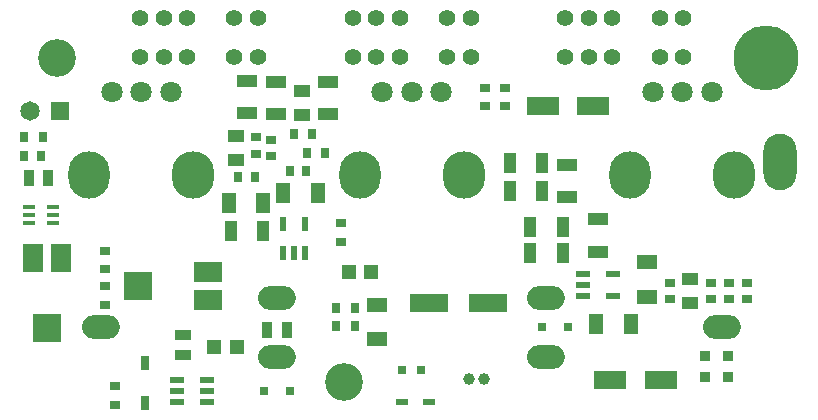
<source format=gts>
G04 #@! TF.GenerationSoftware,KiCad,Pcbnew,7.0.9*
G04 #@! TF.CreationDate,2023-12-08T16:12:54+01:00*
G04 #@! TF.ProjectId,2023_PiezoPreamp,32303233-5f50-4696-957a-6f507265616d,rev?*
G04 #@! TF.SameCoordinates,PX2625a00PY1c22260*
G04 #@! TF.FileFunction,Soldermask,Top*
G04 #@! TF.FilePolarity,Negative*
%FSLAX46Y46*%
G04 Gerber Fmt 4.6, Leading zero omitted, Abs format (unit mm)*
G04 Created by KiCad (PCBNEW 7.0.9) date 2023-12-08 16:12:54*
%MOMM*%
%LPD*%
G01*
G04 APERTURE LIST*
%ADD10R,1.000000X0.400000*%
%ADD11C,1.800000*%
%ADD12O,3.600000X4.000000*%
%ADD13O,3.500000X4.000000*%
%ADD14R,1.150000X0.600000*%
%ADD15R,1.200000X0.600000*%
%ADD16R,0.600000X1.200000*%
%ADD17R,2.800000X1.600000*%
%ADD18R,3.200000X1.600000*%
%ADD19R,0.800000X0.800000*%
%ADD20R,0.750000X1.200000*%
%ADD21R,1.150000X1.820000*%
%ADD22R,1.820000X1.150000*%
%ADD23R,1.470000X1.000000*%
%ADD24R,2.400000X1.800000*%
%ADD25R,2.400000X2.400000*%
%ADD26R,1.800000X2.400000*%
%ADD27C,5.500000*%
%ADD28R,1.150000X1.800000*%
%ADD29R,0.750000X0.940000*%
%ADD30R,0.940000X0.750000*%
%ADD31R,1.075000X0.500000*%
%ADD32C,1.000000*%
%ADD33R,1.070000X1.820000*%
%ADD34R,0.950000X0.800000*%
%ADD35R,0.800000X0.950000*%
%ADD36R,1.470000X0.970000*%
%ADD37C,1.400000*%
%ADD38R,0.970000X1.470000*%
%ADD39C,3.200000*%
%ADD40R,1.150000X1.150000*%
%ADD41R,1.820000X1.070000*%
%ADD42R,1.650000X1.650000*%
%ADD43C,1.650000*%
%ADD44R,0.900000X0.650000*%
%ADD45R,1.800000X1.150000*%
%ADD46R,0.650000X0.900000*%
%ADD47R,0.863600X0.965200*%
%ADD48O,2.800000X4.800000*%
%ADD49O,3.204000X2.004000*%
G04 APERTURE END LIST*
D10*
X3600000Y-18450000D03*
X3600000Y-17800000D03*
X3600000Y-17150000D03*
X1600000Y-17150000D03*
X1600000Y-17800000D03*
X1600000Y-18450000D03*
D11*
X13600000Y-7400000D03*
X11100000Y-7400000D03*
X8600000Y-7400000D03*
D12*
X15500000Y-14400000D03*
D13*
X6700000Y-14400000D03*
D14*
X14100000Y-31750000D03*
X14100000Y-32700000D03*
X14100000Y-33650000D03*
X16700000Y-33650000D03*
X16700000Y-32700000D03*
X16700000Y-31750000D03*
D15*
X48550000Y-22750000D03*
X48550000Y-23700000D03*
X48550000Y-24650000D03*
X51050000Y-24650000D03*
X51050000Y-22750000D03*
D16*
X23100000Y-21050000D03*
X24050000Y-21050000D03*
X25000000Y-21050000D03*
X25000000Y-18550000D03*
X23100000Y-18550000D03*
D17*
X49400000Y-8600000D03*
X45100000Y-8600000D03*
X55100000Y-31750000D03*
X50800000Y-31750000D03*
D18*
X35500000Y-25200000D03*
X40500000Y-25200000D03*
D19*
X33175000Y-30900000D03*
X34825000Y-30900000D03*
D20*
X11400000Y-30300000D03*
X11400000Y-33700000D03*
D21*
X18550000Y-16800000D03*
X21450000Y-16800000D03*
D22*
X31050000Y-28300000D03*
X31050000Y-25400000D03*
D21*
X49650000Y-27000000D03*
X52550000Y-27000000D03*
D23*
X24750000Y-7300000D03*
X24750000Y-9300000D03*
X19100000Y-13100000D03*
X19100000Y-11100000D03*
X57575000Y-25200000D03*
X57575000Y-23200000D03*
D24*
X16800000Y-22625000D03*
D25*
X10800000Y-23800000D03*
D24*
X16800000Y-24975000D03*
D26*
X1925000Y-21400000D03*
D25*
X3100000Y-27400000D03*
D26*
X4275000Y-21400000D03*
D27*
X64000000Y-4500000D03*
D28*
X26050000Y-15950000D03*
X23150000Y-15950000D03*
D29*
X23700000Y-14050000D03*
X25100000Y-14050000D03*
D30*
X59350000Y-24925000D03*
X59350000Y-23525000D03*
D31*
X33188000Y-33600000D03*
X35512000Y-33600000D03*
D30*
X60875000Y-24925000D03*
X60875000Y-23525000D03*
D32*
X40100000Y-31700000D03*
X38850000Y-31700000D03*
D33*
X45080000Y-13400000D03*
X42320000Y-13400000D03*
D29*
X19300000Y-14550000D03*
X20700000Y-14550000D03*
D34*
X8000000Y-25400000D03*
X8000000Y-23800000D03*
D35*
X27600000Y-25700000D03*
X29200000Y-25700000D03*
D36*
X14630000Y-27970000D03*
X14630000Y-29630000D03*
D11*
X36500000Y-7400000D03*
X34000000Y-7400000D03*
X31500000Y-7400000D03*
D12*
X38400000Y-14400000D03*
D13*
X29600000Y-14400000D03*
D37*
X39000000Y-1100000D03*
X37000000Y-1100000D03*
X33000000Y-1100000D03*
X31000000Y-1100000D03*
X29000000Y-1100000D03*
X29000000Y-4400000D03*
X31000000Y-4400000D03*
X33000000Y-4400000D03*
X37000000Y-4400000D03*
X39000000Y-4400000D03*
D34*
X28000000Y-20050000D03*
X28000000Y-18450000D03*
D33*
X44020000Y-21050000D03*
X46780000Y-21050000D03*
D19*
X21520000Y-32660000D03*
X23720000Y-32660000D03*
D35*
X2800000Y-11200000D03*
X1200000Y-11200000D03*
D33*
X18670000Y-19150000D03*
X21430000Y-19150000D03*
D38*
X3230000Y-14700000D03*
X1570000Y-14700000D03*
D39*
X28300000Y-31900000D03*
D40*
X19190000Y-29000000D03*
X17290000Y-29000000D03*
D41*
X49800000Y-18170000D03*
X49800000Y-20930000D03*
X26900000Y-9280000D03*
X26900000Y-6520000D03*
X22500000Y-6520000D03*
X22500000Y-9280000D03*
D34*
X8900000Y-33900000D03*
X8900000Y-32300000D03*
D42*
X4270000Y-9000000D03*
D43*
X1730000Y-9000000D03*
D44*
X8000000Y-22325000D03*
X8000000Y-20875000D03*
D34*
X41900000Y-8600000D03*
X41900000Y-7000000D03*
D30*
X22100000Y-12800000D03*
X22100000Y-11400000D03*
D11*
X59400000Y-7400000D03*
X56900000Y-7400000D03*
X54400000Y-7400000D03*
D12*
X61300000Y-14400000D03*
D13*
X52500000Y-14400000D03*
D30*
X20800000Y-12600000D03*
X20800000Y-11200000D03*
D33*
X45080000Y-15800000D03*
X42320000Y-15800000D03*
D45*
X53950000Y-24700000D03*
X53950000Y-21800000D03*
D33*
X44020000Y-18800000D03*
X46780000Y-18800000D03*
D19*
X45000000Y-27300000D03*
X47200000Y-27300000D03*
D46*
X26625000Y-12500000D03*
X25175000Y-12500000D03*
D37*
X21000000Y-1100000D03*
X19000000Y-1100000D03*
X15000000Y-1100000D03*
X13000000Y-1100000D03*
X11000000Y-1100000D03*
X11000000Y-4400000D03*
X13000000Y-4400000D03*
X15000000Y-4400000D03*
X19000000Y-4400000D03*
X21000000Y-4400000D03*
D47*
X60750000Y-31476300D03*
X60750000Y-29723700D03*
D37*
X57000000Y-1100000D03*
X55000000Y-1100000D03*
X51000000Y-1100000D03*
X49000000Y-1100000D03*
X47000000Y-1100000D03*
X47000000Y-4400000D03*
X49000000Y-4400000D03*
X51000000Y-4400000D03*
X55000000Y-4400000D03*
X57000000Y-4400000D03*
D46*
X25525000Y-10950000D03*
X24075000Y-10950000D03*
D40*
X30600000Y-22600000D03*
X28700000Y-22600000D03*
D30*
X55850000Y-24925000D03*
X55850000Y-23525000D03*
D46*
X2625000Y-12800000D03*
X1175000Y-12800000D03*
D30*
X62400000Y-24925000D03*
X62400000Y-23525000D03*
D41*
X47150000Y-16280000D03*
X47150000Y-13520000D03*
D35*
X29200000Y-27200000D03*
X27600000Y-27200000D03*
D44*
X40200000Y-8525000D03*
X40200000Y-7075000D03*
D47*
X58850000Y-31476300D03*
X58850000Y-29723700D03*
D41*
X20100000Y-6420000D03*
X20100000Y-9180000D03*
D39*
X4000000Y-4500000D03*
D38*
X23430000Y-27500000D03*
X21770000Y-27500000D03*
D48*
X65200000Y-13300000D03*
D49*
X7700000Y-27300000D03*
X22600000Y-24800000D03*
X22600000Y-29800000D03*
X60300000Y-27300000D03*
X45400000Y-29800000D03*
X45400000Y-24800000D03*
M02*

</source>
